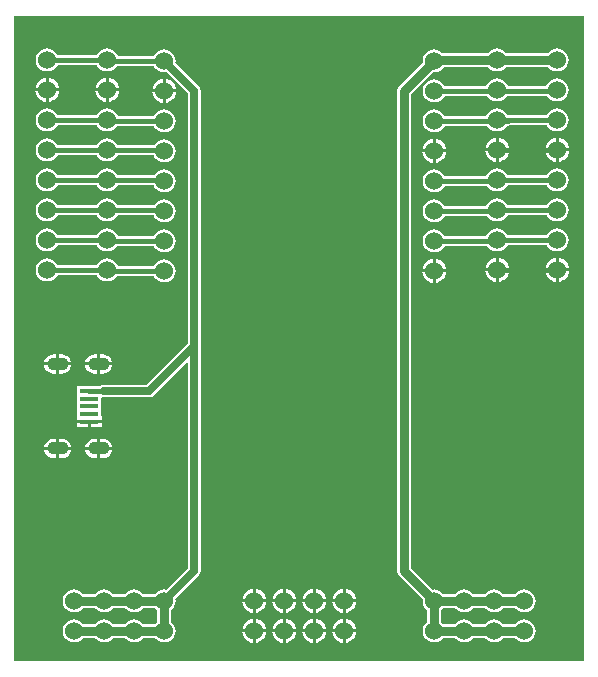
<source format=gtl>
G04*
G04 #@! TF.GenerationSoftware,Altium Limited,Altium Designer,20.0.9 (164)*
G04*
G04 Layer_Physical_Order=1*
G04 Layer_Color=255*
%FSLAX25Y25*%
%MOIN*%
G70*
G01*
G75*
%ADD11R,0.06299X0.01575*%
%ADD15C,0.01500*%
%ADD16C,0.02500*%
%ADD17C,0.03000*%
%ADD18C,0.06000*%
%ADD19O,0.07087X0.04331*%
G36*
X580000Y190000D02*
X390000D01*
Y405000D01*
X580000D01*
Y190000D01*
D02*
G37*
%LPC*%
G36*
X570992Y394131D02*
X570000Y394000D01*
X569076Y393617D01*
X568282Y393008D01*
X568002Y392643D01*
X553982D01*
X553702Y393008D01*
X552908Y393617D01*
X551984Y394000D01*
X550992Y394131D01*
X550000Y394000D01*
X549076Y393617D01*
X548282Y393008D01*
X548002Y392643D01*
X532762D01*
X532710Y392710D01*
X531916Y393319D01*
X530992Y393702D01*
X530000Y393833D01*
X529008Y393702D01*
X528084Y393319D01*
X527290Y392710D01*
X526681Y391916D01*
X526298Y390992D01*
X526167Y390000D01*
X526227Y389544D01*
X518342Y381658D01*
X517833Y380897D01*
X517655Y380000D01*
Y220000D01*
X517833Y219103D01*
X518342Y218342D01*
X526227Y210456D01*
X526167Y210000D01*
X526298Y209008D01*
X526681Y208084D01*
X527290Y207290D01*
X527655Y207010D01*
Y202990D01*
X527290Y202710D01*
X526681Y201916D01*
X526298Y200992D01*
X526167Y200000D01*
X526298Y199008D01*
X526681Y198084D01*
X527290Y197290D01*
X528084Y196681D01*
X529008Y196298D01*
X530000Y196167D01*
X530992Y196298D01*
X531916Y196681D01*
X532710Y197290D01*
X532990Y197655D01*
X537010D01*
X537290Y197290D01*
X538084Y196681D01*
X539008Y196298D01*
X540000Y196167D01*
X540992Y196298D01*
X541916Y196681D01*
X542710Y197290D01*
X542990Y197655D01*
X547010D01*
X547290Y197290D01*
X548084Y196681D01*
X549008Y196298D01*
X550000Y196167D01*
X550992Y196298D01*
X551916Y196681D01*
X552710Y197290D01*
X552990Y197655D01*
X557010D01*
X557290Y197290D01*
X558084Y196681D01*
X559008Y196298D01*
X560000Y196167D01*
X560992Y196298D01*
X561916Y196681D01*
X562710Y197290D01*
X563319Y198084D01*
X563702Y199008D01*
X563833Y200000D01*
X563702Y200992D01*
X563319Y201916D01*
X562710Y202710D01*
X561916Y203319D01*
X560992Y203702D01*
X560000Y203833D01*
X559008Y203702D01*
X558084Y203319D01*
X557290Y202710D01*
X557010Y202345D01*
X552990D01*
X552710Y202710D01*
X551916Y203319D01*
X550992Y203702D01*
X550000Y203833D01*
X549008Y203702D01*
X548084Y203319D01*
X547290Y202710D01*
X547010Y202345D01*
X542990D01*
X542710Y202710D01*
X541916Y203319D01*
X540992Y203702D01*
X540000Y203833D01*
X539008Y203702D01*
X538084Y203319D01*
X537290Y202710D01*
X537010Y202345D01*
X532990D01*
X532710Y202710D01*
X532345Y202990D01*
Y207010D01*
X532710Y207290D01*
X532990Y207655D01*
X537010D01*
X537290Y207290D01*
X538084Y206681D01*
X539008Y206298D01*
X540000Y206167D01*
X540992Y206298D01*
X541916Y206681D01*
X542710Y207290D01*
X542990Y207655D01*
X547010D01*
X547290Y207290D01*
X548084Y206681D01*
X549008Y206298D01*
X550000Y206167D01*
X550992Y206298D01*
X551916Y206681D01*
X552710Y207290D01*
X552990Y207655D01*
X557010D01*
X557290Y207290D01*
X558084Y206681D01*
X559008Y206298D01*
X560000Y206167D01*
X560992Y206298D01*
X561916Y206681D01*
X562710Y207290D01*
X563319Y208084D01*
X563702Y209008D01*
X563833Y210000D01*
X563702Y210992D01*
X563319Y211916D01*
X562710Y212710D01*
X561916Y213319D01*
X560992Y213702D01*
X560000Y213833D01*
X559008Y213702D01*
X558084Y213319D01*
X557290Y212710D01*
X557010Y212345D01*
X552990D01*
X552710Y212710D01*
X551916Y213319D01*
X550992Y213702D01*
X550000Y213833D01*
X549008Y213702D01*
X548084Y213319D01*
X547290Y212710D01*
X547010Y212345D01*
X542990D01*
X542710Y212710D01*
X541916Y213319D01*
X540992Y213702D01*
X540000Y213833D01*
X539008Y213702D01*
X538084Y213319D01*
X537290Y212710D01*
X537010Y212345D01*
X532990D01*
X532710Y212710D01*
X531916Y213319D01*
X530992Y213702D01*
X530000Y213833D01*
X529544Y213773D01*
X522345Y220971D01*
Y379029D01*
X529544Y386227D01*
X530000Y386167D01*
X530992Y386298D01*
X531916Y386681D01*
X532710Y387290D01*
X533219Y387953D01*
X548002D01*
X548282Y387588D01*
X549076Y386979D01*
X550000Y386596D01*
X550992Y386465D01*
X551984Y386596D01*
X552908Y386979D01*
X553702Y387588D01*
X553982Y387953D01*
X568002D01*
X568282Y387588D01*
X569076Y386979D01*
X570000Y386596D01*
X570992Y386465D01*
X571984Y386596D01*
X572908Y386979D01*
X573702Y387588D01*
X574311Y388381D01*
X574694Y389306D01*
X574825Y390298D01*
X574694Y391290D01*
X574311Y392214D01*
X573702Y393008D01*
X572908Y393617D01*
X571984Y394000D01*
X570992Y394131D01*
D02*
G37*
G36*
X420992Y394131D02*
X420000Y394000D01*
X419076Y393617D01*
X418282Y393008D01*
X417673Y392214D01*
X417533Y391878D01*
X404451D01*
X404311Y392214D01*
X403702Y393008D01*
X402908Y393617D01*
X401984Y394000D01*
X400992Y394131D01*
X400000Y394000D01*
X399076Y393617D01*
X398282Y393008D01*
X397673Y392214D01*
X397290Y391290D01*
X397159Y390298D01*
X397290Y389306D01*
X397673Y388381D01*
X398282Y387588D01*
X399076Y386979D01*
X400000Y386596D01*
X400992Y386465D01*
X401984Y386596D01*
X402908Y386979D01*
X403702Y387588D01*
X404311Y388381D01*
X404451Y388717D01*
X417533D01*
X417673Y388381D01*
X418282Y387588D01*
X419076Y386979D01*
X420000Y386596D01*
X420992Y386465D01*
X421984Y386596D01*
X422908Y386979D01*
X423702Y387588D01*
X424311Y388381D01*
X424327Y388420D01*
X436542D01*
X436681Y388084D01*
X437290Y387290D01*
X438084Y386681D01*
X439008Y386298D01*
X440000Y386167D01*
X440775Y386269D01*
X447910Y379134D01*
Y295866D01*
X434134Y282090D01*
X420000D01*
X419200Y281931D01*
X418686Y281587D01*
X411050D01*
Y278413D01*
Y275853D01*
Y271551D01*
X410850D01*
Y270264D01*
X415000D01*
X419150D01*
Y271551D01*
X418950D01*
Y273294D01*
Y277681D01*
X419450Y278019D01*
X420000Y277910D01*
X435000D01*
X435000Y277910D01*
X435800Y278069D01*
X436478Y278522D01*
X447448Y289492D01*
X447910Y289301D01*
Y220866D01*
X440775Y213731D01*
X440000Y213833D01*
X439008Y213702D01*
X438084Y213319D01*
X437290Y212710D01*
X437010Y212345D01*
X432990D01*
X432710Y212710D01*
X431916Y213319D01*
X430992Y213702D01*
X430000Y213833D01*
X429008Y213702D01*
X428084Y213319D01*
X427290Y212710D01*
X427010Y212345D01*
X422990D01*
X422710Y212710D01*
X421916Y213319D01*
X420992Y213702D01*
X420000Y213833D01*
X419008Y213702D01*
X418084Y213319D01*
X417290Y212710D01*
X417010Y212345D01*
X412990D01*
X412710Y212710D01*
X411916Y213319D01*
X410992Y213702D01*
X410000Y213833D01*
X409008Y213702D01*
X408084Y213319D01*
X407290Y212710D01*
X406681Y211916D01*
X406298Y210992D01*
X406167Y210000D01*
X406298Y209008D01*
X406681Y208084D01*
X407290Y207290D01*
X408084Y206681D01*
X409008Y206298D01*
X410000Y206167D01*
X410992Y206298D01*
X411916Y206681D01*
X412710Y207290D01*
X412990Y207655D01*
X417010D01*
X417290Y207290D01*
X418084Y206681D01*
X419008Y206298D01*
X420000Y206167D01*
X420992Y206298D01*
X421916Y206681D01*
X422710Y207290D01*
X422990Y207655D01*
X427010D01*
X427290Y207290D01*
X428084Y206681D01*
X429008Y206298D01*
X430000Y206167D01*
X430992Y206298D01*
X431916Y206681D01*
X432710Y207290D01*
X432990Y207655D01*
X437010D01*
X437290Y207290D01*
X437655Y207010D01*
Y202990D01*
X437290Y202710D01*
X437010Y202345D01*
X432990D01*
X432710Y202710D01*
X431916Y203319D01*
X430992Y203702D01*
X430000Y203833D01*
X429008Y203702D01*
X428084Y203319D01*
X427290Y202710D01*
X427010Y202345D01*
X422990D01*
X422710Y202710D01*
X421916Y203319D01*
X420992Y203702D01*
X420000Y203833D01*
X419008Y203702D01*
X418084Y203319D01*
X417290Y202710D01*
X417010Y202345D01*
X412990D01*
X412710Y202710D01*
X411916Y203319D01*
X410992Y203702D01*
X410000Y203833D01*
X409008Y203702D01*
X408084Y203319D01*
X407290Y202710D01*
X406681Y201916D01*
X406298Y200992D01*
X406167Y200000D01*
X406298Y199008D01*
X406681Y198084D01*
X407290Y197290D01*
X408084Y196681D01*
X409008Y196298D01*
X410000Y196167D01*
X410992Y196298D01*
X411916Y196681D01*
X412710Y197290D01*
X412990Y197655D01*
X417010D01*
X417290Y197290D01*
X418084Y196681D01*
X419008Y196298D01*
X420000Y196167D01*
X420992Y196298D01*
X421916Y196681D01*
X422710Y197290D01*
X422990Y197655D01*
X427010D01*
X427290Y197290D01*
X428084Y196681D01*
X429008Y196298D01*
X430000Y196167D01*
X430992Y196298D01*
X431916Y196681D01*
X432710Y197290D01*
X432990Y197655D01*
X437010D01*
X437290Y197290D01*
X438084Y196681D01*
X439008Y196298D01*
X440000Y196167D01*
X440992Y196298D01*
X441916Y196681D01*
X442710Y197290D01*
X443319Y198084D01*
X443702Y199008D01*
X443833Y200000D01*
X443702Y200992D01*
X443319Y201916D01*
X442710Y202710D01*
X442345Y202990D01*
Y207010D01*
X442710Y207290D01*
X443319Y208084D01*
X443702Y209008D01*
X443833Y210000D01*
X443731Y210775D01*
X451478Y218522D01*
X451931Y219200D01*
X452090Y220000D01*
Y295000D01*
Y380000D01*
X451931Y380800D01*
X451478Y381478D01*
X443731Y389225D01*
X443833Y390000D01*
X443702Y390992D01*
X443319Y391916D01*
X442710Y392710D01*
X441916Y393319D01*
X440992Y393702D01*
X440000Y393833D01*
X439008Y393702D01*
X438084Y393319D01*
X437290Y392710D01*
X436681Y391916D01*
X436542Y391580D01*
X424574D01*
X424311Y392214D01*
X423702Y393008D01*
X422908Y393617D01*
X421984Y394000D01*
X420992Y394131D01*
D02*
G37*
G36*
X570992Y384131D02*
X570000Y384000D01*
X569076Y383617D01*
X568282Y383008D01*
X567673Y382214D01*
X567410Y381580D01*
X554574D01*
X554311Y382214D01*
X553702Y383008D01*
X552908Y383617D01*
X551984Y384000D01*
X550992Y384131D01*
X550000Y384000D01*
X549076Y383617D01*
X548282Y383008D01*
X547673Y382214D01*
X547410Y381580D01*
X533459D01*
X533319Y381916D01*
X532710Y382710D01*
X531916Y383319D01*
X530992Y383702D01*
X530000Y383833D01*
X529008Y383702D01*
X528084Y383319D01*
X527290Y382710D01*
X526681Y381916D01*
X526298Y380992D01*
X526167Y380000D01*
X526298Y379008D01*
X526681Y378084D01*
X527290Y377290D01*
X528084Y376681D01*
X529008Y376298D01*
X530000Y376167D01*
X530992Y376298D01*
X531916Y376681D01*
X532710Y377290D01*
X533319Y378084D01*
X533459Y378420D01*
X547657D01*
X547673Y378381D01*
X548282Y377588D01*
X549076Y376978D01*
X550000Y376596D01*
X550992Y376465D01*
X551984Y376596D01*
X552908Y376978D01*
X553702Y377588D01*
X554311Y378381D01*
X554327Y378420D01*
X567657D01*
X567673Y378381D01*
X568282Y377588D01*
X569076Y376978D01*
X570000Y376596D01*
X570992Y376465D01*
X571984Y376596D01*
X572908Y376978D01*
X573702Y377588D01*
X574311Y378381D01*
X574694Y379306D01*
X574825Y380298D01*
X574694Y381290D01*
X574311Y382214D01*
X573702Y383008D01*
X572908Y383617D01*
X571984Y384000D01*
X570992Y384131D01*
D02*
G37*
G36*
X421492Y384266D02*
Y380798D01*
X424961D01*
X424889Y381342D01*
X424486Y382315D01*
X423845Y383151D01*
X423009Y383792D01*
X422036Y384195D01*
X421492Y384266D01*
D02*
G37*
G36*
X401492D02*
Y380798D01*
X404961D01*
X404889Y381342D01*
X404486Y382315D01*
X403845Y383151D01*
X403009Y383792D01*
X402036Y384195D01*
X401492Y384266D01*
D02*
G37*
G36*
X420492Y384266D02*
X419948Y384195D01*
X418975Y383792D01*
X418139Y383151D01*
X417498Y382315D01*
X417095Y381342D01*
X417023Y380798D01*
X420492D01*
Y384266D01*
D02*
G37*
G36*
X400492D02*
X399948Y384195D01*
X398975Y383792D01*
X398139Y383151D01*
X397498Y382315D01*
X397095Y381342D01*
X397023Y380798D01*
X400492D01*
Y384266D01*
D02*
G37*
G36*
X440500Y383969D02*
Y380500D01*
X443969D01*
X443897Y381044D01*
X443494Y382017D01*
X442853Y382853D01*
X442017Y383494D01*
X441044Y383897D01*
X440500Y383969D01*
D02*
G37*
G36*
X439500Y383969D02*
X438956Y383897D01*
X437983Y383494D01*
X437147Y382853D01*
X436506Y382017D01*
X436103Y381044D01*
X436031Y380500D01*
X439500D01*
Y383969D01*
D02*
G37*
G36*
X424961Y379798D02*
X421492D01*
Y376329D01*
X422036Y376401D01*
X423009Y376804D01*
X423845Y377445D01*
X424486Y378280D01*
X424889Y379254D01*
X424961Y379798D01*
D02*
G37*
G36*
X404961D02*
X401492D01*
Y376329D01*
X402036Y376401D01*
X403009Y376804D01*
X403845Y377445D01*
X404486Y378280D01*
X404889Y379254D01*
X404961Y379798D01*
D02*
G37*
G36*
X420492D02*
X417023D01*
X417095Y379254D01*
X417498Y378280D01*
X418139Y377445D01*
X418975Y376804D01*
X419948Y376401D01*
X420492Y376329D01*
Y379798D01*
D02*
G37*
G36*
X400492D02*
X397023D01*
X397095Y379254D01*
X397498Y378280D01*
X398139Y377445D01*
X398975Y376804D01*
X399948Y376401D01*
X400492Y376329D01*
Y379798D01*
D02*
G37*
G36*
X439500Y379500D02*
X436031D01*
X436103Y378956D01*
X436506Y377983D01*
X437147Y377147D01*
X437983Y376506D01*
X438956Y376103D01*
X439500Y376031D01*
Y379500D01*
D02*
G37*
G36*
X443969D02*
X440500D01*
Y376031D01*
X441044Y376103D01*
X442017Y376506D01*
X442853Y377147D01*
X443494Y377983D01*
X443897Y378956D01*
X443969Y379500D01*
D02*
G37*
G36*
X420992Y374131D02*
X420000Y374000D01*
X419076Y373617D01*
X418282Y373008D01*
X417673Y372214D01*
X417533Y371878D01*
X404451D01*
X404311Y372214D01*
X403702Y373008D01*
X402908Y373617D01*
X401984Y374000D01*
X400992Y374131D01*
X400000Y374000D01*
X399076Y373617D01*
X398282Y373008D01*
X397673Y372214D01*
X397290Y371290D01*
X397159Y370298D01*
X397290Y369306D01*
X397673Y368381D01*
X398282Y367588D01*
X399076Y366979D01*
X400000Y366596D01*
X400992Y366465D01*
X401984Y366596D01*
X402908Y366979D01*
X403702Y367588D01*
X404311Y368381D01*
X404451Y368717D01*
X417533D01*
X417673Y368381D01*
X418282Y367588D01*
X419076Y366979D01*
X420000Y366596D01*
X420992Y366465D01*
X421984Y366596D01*
X422908Y366979D01*
X423702Y367588D01*
X424311Y368381D01*
X424327Y368420D01*
X436542D01*
X436681Y368084D01*
X437290Y367290D01*
X438084Y366681D01*
X439008Y366298D01*
X440000Y366167D01*
X440992Y366298D01*
X441916Y366681D01*
X442710Y367290D01*
X443319Y368084D01*
X443702Y369008D01*
X443833Y370000D01*
X443702Y370992D01*
X443319Y371916D01*
X442710Y372710D01*
X441916Y373319D01*
X440992Y373702D01*
X440000Y373833D01*
X439008Y373702D01*
X438084Y373319D01*
X437290Y372710D01*
X436681Y371916D01*
X436542Y371580D01*
X424574D01*
X424311Y372214D01*
X423702Y373008D01*
X422908Y373617D01*
X421984Y374000D01*
X420992Y374131D01*
D02*
G37*
G36*
X550992Y374131D02*
X550000Y374000D01*
X549076Y373617D01*
X548282Y373008D01*
X547673Y372214D01*
X547410Y371580D01*
X533459D01*
X533319Y371916D01*
X532710Y372710D01*
X531916Y373319D01*
X530992Y373702D01*
X530000Y373833D01*
X529008Y373702D01*
X528084Y373319D01*
X527290Y372710D01*
X526681Y371916D01*
X526298Y370992D01*
X526167Y370000D01*
X526298Y369008D01*
X526681Y368084D01*
X527290Y367290D01*
X528084Y366681D01*
X529008Y366298D01*
X530000Y366167D01*
X530992Y366298D01*
X531916Y366681D01*
X532710Y367290D01*
X533319Y368084D01*
X533459Y368420D01*
X547657D01*
X547673Y368381D01*
X548282Y367588D01*
X549076Y366979D01*
X550000Y366596D01*
X550992Y366465D01*
X551984Y366596D01*
X552908Y366979D01*
X553702Y367588D01*
X554311Y368381D01*
X554327Y368420D01*
X554702D01*
X555307Y368540D01*
X555573Y368717D01*
X567533D01*
X567673Y368381D01*
X568282Y367588D01*
X569076Y366979D01*
X570000Y366596D01*
X570992Y366465D01*
X571984Y366596D01*
X572908Y366979D01*
X573702Y367588D01*
X574311Y368381D01*
X574694Y369306D01*
X574825Y370298D01*
X574694Y371290D01*
X574311Y372214D01*
X573702Y373008D01*
X572908Y373617D01*
X571984Y374000D01*
X570992Y374131D01*
X570000Y374000D01*
X569076Y373617D01*
X568282Y373008D01*
X567673Y372214D01*
X567533Y371878D01*
X554451D01*
X554311Y372214D01*
X553702Y373008D01*
X552908Y373617D01*
X551984Y374000D01*
X550992Y374131D01*
D02*
G37*
G36*
X420992Y364131D02*
X420000Y364000D01*
X419076Y363617D01*
X418282Y363008D01*
X417673Y362214D01*
X417533Y361878D01*
X404451D01*
X404311Y362214D01*
X403702Y363008D01*
X402908Y363617D01*
X401984Y364000D01*
X400992Y364131D01*
X400000Y364000D01*
X399076Y363617D01*
X398282Y363008D01*
X397673Y362214D01*
X397290Y361290D01*
X397159Y360298D01*
X397290Y359306D01*
X397673Y358381D01*
X398282Y357588D01*
X399076Y356979D01*
X400000Y356596D01*
X400992Y356465D01*
X401984Y356596D01*
X402908Y356979D01*
X403702Y357588D01*
X404311Y358381D01*
X404451Y358717D01*
X417533D01*
X417673Y358381D01*
X418282Y357588D01*
X419076Y356979D01*
X420000Y356596D01*
X420992Y356465D01*
X421984Y356596D01*
X422908Y356979D01*
X423702Y357588D01*
X424311Y358381D01*
X424450Y358717D01*
X436418D01*
X436681Y358084D01*
X437290Y357290D01*
X438084Y356681D01*
X439008Y356298D01*
X440000Y356167D01*
X440992Y356298D01*
X441916Y356681D01*
X442710Y357290D01*
X443319Y358084D01*
X443702Y359008D01*
X443833Y360000D01*
X443702Y360992D01*
X443319Y361916D01*
X442710Y362710D01*
X441916Y363319D01*
X440992Y363702D01*
X440000Y363833D01*
X439008Y363702D01*
X438084Y363319D01*
X437290Y362710D01*
X436681Y361916D01*
X436665Y361878D01*
X424450D01*
X424311Y362214D01*
X423702Y363008D01*
X422908Y363617D01*
X421984Y364000D01*
X420992Y364131D01*
D02*
G37*
G36*
X571492Y364266D02*
Y360798D01*
X574961D01*
X574889Y361342D01*
X574486Y362315D01*
X573845Y363151D01*
X573009Y363792D01*
X572036Y364195D01*
X571492Y364266D01*
D02*
G37*
G36*
X570492Y364266D02*
X569948Y364195D01*
X568975Y363792D01*
X568139Y363151D01*
X567498Y362315D01*
X567095Y361342D01*
X567023Y360798D01*
X570492D01*
Y364266D01*
D02*
G37*
G36*
X551492Y364266D02*
Y360798D01*
X554961D01*
X554889Y361342D01*
X554486Y362315D01*
X553845Y363151D01*
X553009Y363792D01*
X552036Y364195D01*
X551492Y364266D01*
D02*
G37*
G36*
X550492D02*
X549948Y364195D01*
X548975Y363792D01*
X548139Y363151D01*
X547498Y362315D01*
X547095Y361342D01*
X547023Y360798D01*
X550492D01*
Y364266D01*
D02*
G37*
G36*
X530500Y363969D02*
Y360500D01*
X533969D01*
X533897Y361044D01*
X533494Y362017D01*
X532853Y362853D01*
X532017Y363494D01*
X531044Y363897D01*
X530500Y363969D01*
D02*
G37*
G36*
X529500Y363969D02*
X528956Y363897D01*
X527983Y363494D01*
X527147Y362853D01*
X526506Y362017D01*
X526103Y361044D01*
X526031Y360500D01*
X529500D01*
Y363969D01*
D02*
G37*
G36*
X570492Y359798D02*
X567023D01*
X567095Y359254D01*
X567498Y358280D01*
X568139Y357445D01*
X568975Y356804D01*
X569948Y356401D01*
X570492Y356329D01*
Y359798D01*
D02*
G37*
G36*
X554961Y359798D02*
X551492D01*
Y356329D01*
X552036Y356401D01*
X553009Y356804D01*
X553845Y357445D01*
X554486Y358280D01*
X554889Y359254D01*
X554961Y359798D01*
D02*
G37*
G36*
X550492D02*
X547023D01*
X547095Y359254D01*
X547498Y358280D01*
X548139Y357445D01*
X548975Y356804D01*
X549948Y356401D01*
X550492Y356329D01*
Y359798D01*
D02*
G37*
G36*
X574961Y359798D02*
X571492D01*
Y356329D01*
X572036Y356401D01*
X573009Y356804D01*
X573845Y357445D01*
X574486Y358280D01*
X574889Y359254D01*
X574961Y359798D01*
D02*
G37*
G36*
X529500Y359500D02*
X526031D01*
X526103Y358956D01*
X526506Y357983D01*
X527147Y357147D01*
X527983Y356506D01*
X528956Y356103D01*
X529500Y356031D01*
Y359500D01*
D02*
G37*
G36*
X533969D02*
X530500D01*
Y356031D01*
X531044Y356103D01*
X532017Y356506D01*
X532853Y357147D01*
X533494Y357983D01*
X533897Y358956D01*
X533969Y359500D01*
D02*
G37*
G36*
X420992Y354131D02*
X420000Y354000D01*
X419076Y353617D01*
X418282Y353008D01*
X417673Y352214D01*
X417533Y351878D01*
X404451D01*
X404311Y352214D01*
X403702Y353008D01*
X402908Y353617D01*
X401984Y354000D01*
X400992Y354131D01*
X400000Y354000D01*
X399076Y353617D01*
X398282Y353008D01*
X397673Y352214D01*
X397290Y351290D01*
X397159Y350298D01*
X397290Y349306D01*
X397673Y348381D01*
X398282Y347588D01*
X399076Y346978D01*
X400000Y346596D01*
X400992Y346465D01*
X401984Y346596D01*
X402908Y346978D01*
X403702Y347588D01*
X404311Y348381D01*
X404451Y348717D01*
X417533D01*
X417673Y348381D01*
X418282Y347588D01*
X419076Y346978D01*
X420000Y346596D01*
X420992Y346465D01*
X421984Y346596D01*
X422908Y346978D01*
X423702Y347588D01*
X424311Y348381D01*
X424450Y348717D01*
X436418D01*
X436681Y348084D01*
X437290Y347290D01*
X438084Y346681D01*
X439008Y346298D01*
X440000Y346167D01*
X440992Y346298D01*
X441916Y346681D01*
X442710Y347290D01*
X443319Y348084D01*
X443702Y349008D01*
X443833Y350000D01*
X443702Y350992D01*
X443319Y351916D01*
X442710Y352710D01*
X441916Y353319D01*
X440992Y353702D01*
X440000Y353833D01*
X439008Y353702D01*
X438084Y353319D01*
X437290Y352710D01*
X436681Y351916D01*
X436665Y351878D01*
X424450D01*
X424311Y352214D01*
X423702Y353008D01*
X422908Y353617D01*
X421984Y354000D01*
X420992Y354131D01*
D02*
G37*
G36*
X550992D02*
X550000Y354000D01*
X549076Y353617D01*
X548282Y353008D01*
X547673Y352214D01*
X547410Y351580D01*
X533459D01*
X533319Y351916D01*
X532710Y352710D01*
X531916Y353319D01*
X530992Y353702D01*
X530000Y353833D01*
X529008Y353702D01*
X528084Y353319D01*
X527290Y352710D01*
X526681Y351916D01*
X526298Y350992D01*
X526167Y350000D01*
X526298Y349008D01*
X526681Y348084D01*
X527290Y347290D01*
X528084Y346681D01*
X529008Y346298D01*
X530000Y346167D01*
X530992Y346298D01*
X531916Y346681D01*
X532710Y347290D01*
X533319Y348084D01*
X533459Y348420D01*
X547657D01*
X547673Y348381D01*
X548282Y347588D01*
X549076Y346978D01*
X550000Y346596D01*
X550992Y346465D01*
X551984Y346596D01*
X552908Y346978D01*
X553702Y347588D01*
X554311Y348381D01*
X554451Y348717D01*
X567533D01*
X567673Y348381D01*
X568282Y347588D01*
X569076Y346978D01*
X570000Y346596D01*
X570992Y346465D01*
X571984Y346596D01*
X572908Y346978D01*
X573702Y347588D01*
X574311Y348381D01*
X574694Y349306D01*
X574825Y350298D01*
X574694Y351290D01*
X574311Y352214D01*
X573702Y353008D01*
X572908Y353617D01*
X571984Y354000D01*
X570992Y354131D01*
X570000Y354000D01*
X569076Y353617D01*
X568282Y353008D01*
X567673Y352214D01*
X567533Y351878D01*
X554451D01*
X554311Y352214D01*
X553702Y353008D01*
X552908Y353617D01*
X551984Y354000D01*
X550992Y354131D01*
D02*
G37*
G36*
X420992Y344131D02*
X420000Y344000D01*
X419076Y343617D01*
X418282Y343008D01*
X417673Y342214D01*
X417533Y341878D01*
X404451D01*
X404311Y342214D01*
X403702Y343008D01*
X402908Y343617D01*
X401984Y344000D01*
X400992Y344131D01*
X400000Y344000D01*
X399076Y343617D01*
X398282Y343008D01*
X397673Y342214D01*
X397290Y341290D01*
X397159Y340298D01*
X397290Y339306D01*
X397673Y338381D01*
X398282Y337588D01*
X399076Y336979D01*
X400000Y336596D01*
X400992Y336465D01*
X401984Y336596D01*
X402908Y336979D01*
X403702Y337588D01*
X404311Y338381D01*
X404451Y338717D01*
X417533D01*
X417673Y338381D01*
X418282Y337588D01*
X419076Y336979D01*
X420000Y336596D01*
X420992Y336465D01*
X421984Y336596D01*
X422908Y336979D01*
X423702Y337588D01*
X424311Y338381D01*
X424450Y338717D01*
X436418D01*
X436681Y338084D01*
X437290Y337290D01*
X438084Y336681D01*
X439008Y336298D01*
X440000Y336167D01*
X440992Y336298D01*
X441916Y336681D01*
X442710Y337290D01*
X443319Y338084D01*
X443702Y339008D01*
X443833Y340000D01*
X443702Y340992D01*
X443319Y341916D01*
X442710Y342710D01*
X441916Y343319D01*
X440992Y343702D01*
X440000Y343833D01*
X439008Y343702D01*
X438084Y343319D01*
X437290Y342710D01*
X436681Y341916D01*
X436665Y341878D01*
X424450D01*
X424311Y342214D01*
X423702Y343008D01*
X422908Y343617D01*
X421984Y344000D01*
X420992Y344131D01*
D02*
G37*
G36*
X550992D02*
X550000Y344000D01*
X549076Y343617D01*
X548282Y343008D01*
X547673Y342214D01*
X547410Y341580D01*
X533459D01*
X533319Y341916D01*
X532710Y342710D01*
X531916Y343319D01*
X530992Y343702D01*
X530000Y343833D01*
X529008Y343702D01*
X528084Y343319D01*
X527290Y342710D01*
X526681Y341916D01*
X526298Y340992D01*
X526167Y340000D01*
X526298Y339008D01*
X526681Y338084D01*
X527290Y337290D01*
X528084Y336681D01*
X529008Y336298D01*
X530000Y336167D01*
X530992Y336298D01*
X531916Y336681D01*
X532710Y337290D01*
X533319Y338084D01*
X533459Y338420D01*
X547657D01*
X547673Y338381D01*
X548282Y337588D01*
X549076Y336979D01*
X550000Y336596D01*
X550992Y336465D01*
X551984Y336596D01*
X552908Y336979D01*
X553702Y337588D01*
X554311Y338381D01*
X554451Y338717D01*
X567533D01*
X567673Y338381D01*
X568282Y337588D01*
X569076Y336979D01*
X570000Y336596D01*
X570992Y336465D01*
X571984Y336596D01*
X572908Y336979D01*
X573702Y337588D01*
X574311Y338381D01*
X574694Y339306D01*
X574825Y340298D01*
X574694Y341290D01*
X574311Y342214D01*
X573702Y343008D01*
X572908Y343617D01*
X571984Y344000D01*
X570992Y344131D01*
X570000Y344000D01*
X569076Y343617D01*
X568282Y343008D01*
X567673Y342214D01*
X567533Y341878D01*
X554451D01*
X554311Y342214D01*
X553702Y343008D01*
X552908Y343617D01*
X551984Y344000D01*
X550992Y344131D01*
D02*
G37*
G36*
X570992Y334131D02*
X570000Y334000D01*
X569076Y333617D01*
X568282Y333008D01*
X567673Y332214D01*
X567533Y331878D01*
X554451D01*
X554311Y332214D01*
X553702Y333008D01*
X552908Y333617D01*
X551984Y334000D01*
X550992Y334131D01*
X550000Y334000D01*
X549076Y333617D01*
X548282Y333008D01*
X547673Y332214D01*
X547410Y331580D01*
X533459D01*
X533319Y331916D01*
X532710Y332710D01*
X531916Y333319D01*
X530992Y333702D01*
X530000Y333833D01*
X529008Y333702D01*
X528084Y333319D01*
X527290Y332710D01*
X526681Y331916D01*
X526298Y330992D01*
X526167Y330000D01*
X526298Y329008D01*
X526681Y328084D01*
X527290Y327290D01*
X528084Y326681D01*
X529008Y326298D01*
X530000Y326167D01*
X530992Y326298D01*
X531916Y326681D01*
X532710Y327290D01*
X533319Y328084D01*
X533459Y328420D01*
X547657D01*
X547673Y328381D01*
X548282Y327588D01*
X549076Y326978D01*
X550000Y326596D01*
X550992Y326465D01*
X551984Y326596D01*
X552908Y326978D01*
X553702Y327588D01*
X554311Y328381D01*
X554451Y328717D01*
X567533D01*
X567673Y328381D01*
X568282Y327588D01*
X569076Y326978D01*
X570000Y326596D01*
X570992Y326465D01*
X571984Y326596D01*
X572908Y326978D01*
X573702Y327588D01*
X574311Y328381D01*
X574694Y329306D01*
X574825Y330298D01*
X574694Y331290D01*
X574311Y332214D01*
X573702Y333008D01*
X572908Y333617D01*
X571984Y334000D01*
X570992Y334131D01*
D02*
G37*
G36*
X420992D02*
X420000Y334000D01*
X419076Y333617D01*
X418282Y333008D01*
X417673Y332214D01*
X417533Y331878D01*
X404451D01*
X404311Y332214D01*
X403702Y333008D01*
X402908Y333617D01*
X401984Y334000D01*
X400992Y334131D01*
X400000Y334000D01*
X399076Y333617D01*
X398282Y333008D01*
X397673Y332214D01*
X397290Y331290D01*
X397159Y330298D01*
X397290Y329306D01*
X397673Y328381D01*
X398282Y327588D01*
X399076Y326978D01*
X400000Y326596D01*
X400992Y326465D01*
X401984Y326596D01*
X402908Y326978D01*
X403702Y327588D01*
X404311Y328381D01*
X404451Y328717D01*
X417533D01*
X417673Y328381D01*
X418282Y327588D01*
X419076Y326978D01*
X420000Y326596D01*
X420992Y326465D01*
X421984Y326596D01*
X422908Y326978D01*
X423702Y327588D01*
X424311Y328381D01*
X424327Y328420D01*
X436542D01*
X436681Y328084D01*
X437290Y327290D01*
X438084Y326681D01*
X439008Y326298D01*
X440000Y326167D01*
X440992Y326298D01*
X441916Y326681D01*
X442710Y327290D01*
X443319Y328084D01*
X443702Y329008D01*
X443833Y330000D01*
X443702Y330992D01*
X443319Y331916D01*
X442710Y332710D01*
X441916Y333319D01*
X440992Y333702D01*
X440000Y333833D01*
X439008Y333702D01*
X438084Y333319D01*
X437290Y332710D01*
X436681Y331916D01*
X436542Y331580D01*
X424574D01*
X424311Y332214D01*
X423702Y333008D01*
X422908Y333617D01*
X421984Y334000D01*
X420992Y334131D01*
D02*
G37*
G36*
X420992Y324131D02*
X420000Y324000D01*
X419076Y323617D01*
X418282Y323008D01*
X417673Y322214D01*
X417533Y321878D01*
X404451D01*
X404311Y322214D01*
X403702Y323008D01*
X402908Y323617D01*
X401984Y324000D01*
X400992Y324131D01*
X400000Y324000D01*
X399076Y323617D01*
X398282Y323008D01*
X397673Y322214D01*
X397290Y321290D01*
X397159Y320298D01*
X397290Y319306D01*
X397673Y318381D01*
X398282Y317588D01*
X399076Y316979D01*
X400000Y316596D01*
X400992Y316465D01*
X401984Y316596D01*
X402908Y316979D01*
X403702Y317588D01*
X404311Y318381D01*
X404451Y318717D01*
X417533D01*
X417673Y318381D01*
X418282Y317588D01*
X419076Y316979D01*
X420000Y316596D01*
X420992Y316465D01*
X421984Y316596D01*
X422908Y316979D01*
X423702Y317588D01*
X424311Y318381D01*
X424327Y318420D01*
X436542D01*
X436681Y318084D01*
X437290Y317290D01*
X438084Y316681D01*
X439008Y316298D01*
X440000Y316167D01*
X440992Y316298D01*
X441916Y316681D01*
X442710Y317290D01*
X443319Y318084D01*
X443702Y319008D01*
X443833Y320000D01*
X443702Y320992D01*
X443319Y321916D01*
X442710Y322710D01*
X441916Y323319D01*
X440992Y323702D01*
X440000Y323833D01*
X439008Y323702D01*
X438084Y323319D01*
X437290Y322710D01*
X436681Y321916D01*
X436542Y321580D01*
X424574D01*
X424311Y322214D01*
X423702Y323008D01*
X422908Y323617D01*
X421984Y324000D01*
X420992Y324131D01*
D02*
G37*
G36*
X551492Y324267D02*
Y320798D01*
X554961D01*
X554889Y321342D01*
X554486Y322315D01*
X553845Y323151D01*
X553009Y323792D01*
X552036Y324195D01*
X551492Y324267D01*
D02*
G37*
G36*
X571492Y324267D02*
Y320798D01*
X574961D01*
X574889Y321342D01*
X574486Y322315D01*
X573845Y323151D01*
X573009Y323792D01*
X572036Y324195D01*
X571492Y324267D01*
D02*
G37*
G36*
X550492Y324267D02*
X549948Y324195D01*
X548975Y323792D01*
X548139Y323151D01*
X547498Y322315D01*
X547095Y321342D01*
X547023Y320798D01*
X550492D01*
Y324267D01*
D02*
G37*
G36*
X570492D02*
X569948Y324195D01*
X568975Y323792D01*
X568139Y323151D01*
X567498Y322315D01*
X567095Y321342D01*
X567023Y320798D01*
X570492D01*
Y324267D01*
D02*
G37*
G36*
X530500Y323969D02*
Y320500D01*
X533969D01*
X533897Y321044D01*
X533494Y322017D01*
X532853Y322853D01*
X532017Y323494D01*
X531044Y323897D01*
X530500Y323969D01*
D02*
G37*
G36*
X529500Y323969D02*
X528956Y323897D01*
X527983Y323494D01*
X527147Y322853D01*
X526506Y322017D01*
X526103Y321044D01*
X526031Y320500D01*
X529500D01*
Y323969D01*
D02*
G37*
G36*
X570492Y319798D02*
X567023D01*
X567095Y319254D01*
X567498Y318281D01*
X568139Y317445D01*
X568975Y316804D01*
X569948Y316401D01*
X570492Y316329D01*
Y319798D01*
D02*
G37*
G36*
X574961D02*
X571492D01*
Y316329D01*
X572036Y316401D01*
X573009Y316804D01*
X573845Y317445D01*
X574486Y318281D01*
X574889Y319254D01*
X574961Y319798D01*
D02*
G37*
G36*
X554961D02*
X551492D01*
Y316329D01*
X552036Y316401D01*
X553009Y316804D01*
X553845Y317445D01*
X554486Y318281D01*
X554889Y319254D01*
X554961Y319798D01*
D02*
G37*
G36*
X550492D02*
X547023D01*
X547095Y319254D01*
X547498Y318281D01*
X548139Y317445D01*
X548975Y316804D01*
X549948Y316401D01*
X550492Y316329D01*
Y319798D01*
D02*
G37*
G36*
X529500Y319500D02*
X526031D01*
X526103Y318956D01*
X526506Y317983D01*
X527147Y317147D01*
X527983Y316506D01*
X528956Y316103D01*
X529500Y316031D01*
Y319500D01*
D02*
G37*
G36*
X533969D02*
X530500D01*
Y316031D01*
X531044Y316103D01*
X532017Y316506D01*
X532853Y317147D01*
X533494Y317983D01*
X533897Y318956D01*
X533969Y319500D01*
D02*
G37*
G36*
X419528Y292149D02*
X418650D01*
Y289457D01*
X422654D01*
X422611Y289783D01*
X422293Y290553D01*
X421785Y291214D01*
X421124Y291722D01*
X420354Y292041D01*
X419528Y292149D01*
D02*
G37*
G36*
X417650D02*
X416772D01*
X415945Y292041D01*
X415175Y291722D01*
X414514Y291214D01*
X414007Y290553D01*
X413688Y289783D01*
X413645Y289457D01*
X417650D01*
Y292149D01*
D02*
G37*
G36*
X405866D02*
X404988D01*
Y289457D01*
X408993D01*
X408950Y289783D01*
X408631Y290553D01*
X408124Y291214D01*
X407463Y291722D01*
X406693Y292041D01*
X405866Y292149D01*
D02*
G37*
G36*
X403988D02*
X403110D01*
X402284Y292041D01*
X401514Y291722D01*
X400853Y291214D01*
X400345Y290553D01*
X400026Y289783D01*
X399983Y289457D01*
X403988D01*
Y292149D01*
D02*
G37*
G36*
X422654Y288457D02*
X418650D01*
Y285764D01*
X419528D01*
X420354Y285873D01*
X421124Y286192D01*
X421785Y286699D01*
X422293Y287360D01*
X422611Y288130D01*
X422654Y288457D01*
D02*
G37*
G36*
X417650D02*
X413645D01*
X413688Y288130D01*
X414007Y287360D01*
X414514Y286699D01*
X415175Y286192D01*
X415945Y285873D01*
X416772Y285764D01*
X417650D01*
Y288457D01*
D02*
G37*
G36*
X408993D02*
X404988D01*
Y285764D01*
X405866D01*
X406693Y285873D01*
X407463Y286192D01*
X408124Y286699D01*
X408631Y287360D01*
X408950Y288130D01*
X408993Y288457D01*
D02*
G37*
G36*
X403988D02*
X399983D01*
X400026Y288130D01*
X400345Y287360D01*
X400853Y286699D01*
X401514Y286192D01*
X402284Y285873D01*
X403110Y285764D01*
X403988D01*
Y288457D01*
D02*
G37*
G36*
X419150Y269264D02*
X415500D01*
Y267976D01*
X419150D01*
Y269264D01*
D02*
G37*
G36*
X414500D02*
X410850D01*
Y267976D01*
X414500D01*
Y269264D01*
D02*
G37*
G36*
X405866Y264000D02*
X404988D01*
Y261307D01*
X408993D01*
X408950Y261633D01*
X408631Y262403D01*
X408124Y263065D01*
X407463Y263572D01*
X406693Y263891D01*
X405866Y264000D01*
D02*
G37*
G36*
X419528D02*
X418650D01*
Y261307D01*
X422654D01*
X422611Y261633D01*
X422293Y262403D01*
X421785Y263065D01*
X421124Y263572D01*
X420354Y263891D01*
X419528Y264000D01*
D02*
G37*
G36*
X417650D02*
X416772D01*
X415945Y263891D01*
X415175Y263572D01*
X414514Y263065D01*
X414007Y262403D01*
X413688Y261633D01*
X413645Y261307D01*
X417650D01*
Y264000D01*
D02*
G37*
G36*
X403988D02*
X403110D01*
X402284Y263891D01*
X401514Y263572D01*
X400853Y263065D01*
X400345Y262403D01*
X400026Y261633D01*
X399983Y261307D01*
X403988D01*
Y264000D01*
D02*
G37*
G36*
X422654Y260307D02*
X418650D01*
Y257614D01*
X419528D01*
X420354Y257723D01*
X421124Y258042D01*
X421785Y258549D01*
X422293Y259211D01*
X422611Y259981D01*
X422654Y260307D01*
D02*
G37*
G36*
X417650D02*
X413645D01*
X413688Y259981D01*
X414007Y259211D01*
X414514Y258549D01*
X415175Y258042D01*
X415945Y257723D01*
X416772Y257614D01*
X417650D01*
Y260307D01*
D02*
G37*
G36*
X408993D02*
X404988D01*
Y257614D01*
X405866D01*
X406693Y257723D01*
X407463Y258042D01*
X408124Y258549D01*
X408631Y259211D01*
X408950Y259981D01*
X408993Y260307D01*
D02*
G37*
G36*
X403988D02*
X399983D01*
X400026Y259981D01*
X400345Y259211D01*
X400853Y258549D01*
X401514Y258042D01*
X402284Y257723D01*
X403110Y257614D01*
X403988D01*
Y260307D01*
D02*
G37*
G36*
X490500Y213969D02*
Y210500D01*
X493969D01*
X493897Y211044D01*
X493494Y212017D01*
X492853Y212853D01*
X492017Y213494D01*
X491044Y213897D01*
X490500Y213969D01*
D02*
G37*
G36*
X480500D02*
Y210500D01*
X483969D01*
X483897Y211044D01*
X483494Y212017D01*
X482853Y212853D01*
X482017Y213494D01*
X481044Y213897D01*
X480500Y213969D01*
D02*
G37*
G36*
X500500Y213969D02*
Y210500D01*
X503969D01*
X503897Y211044D01*
X503494Y212017D01*
X502853Y212853D01*
X502017Y213494D01*
X501044Y213897D01*
X500500Y213969D01*
D02*
G37*
G36*
X479500Y213969D02*
X478956Y213897D01*
X477983Y213494D01*
X477147Y212853D01*
X476506Y212017D01*
X476103Y211044D01*
X476031Y210500D01*
X479500D01*
Y213969D01*
D02*
G37*
G36*
X489500D02*
X488956Y213897D01*
X487983Y213494D01*
X487147Y212853D01*
X486506Y212017D01*
X486103Y211044D01*
X486031Y210500D01*
X489500D01*
Y213969D01*
D02*
G37*
G36*
X499500D02*
X498956Y213897D01*
X497983Y213494D01*
X497147Y212853D01*
X496506Y212017D01*
X496103Y211044D01*
X496031Y210500D01*
X499500D01*
Y213969D01*
D02*
G37*
G36*
X470500Y213969D02*
Y210500D01*
X473969D01*
X473897Y211044D01*
X473494Y212017D01*
X472853Y212853D01*
X472017Y213494D01*
X471044Y213897D01*
X470500Y213969D01*
D02*
G37*
G36*
X469500Y213969D02*
X468956Y213897D01*
X467983Y213494D01*
X467147Y212853D01*
X466506Y212017D01*
X466103Y211044D01*
X466031Y210500D01*
X469500D01*
Y213969D01*
D02*
G37*
G36*
X499500Y209500D02*
X496031D01*
X496103Y208956D01*
X496506Y207983D01*
X497147Y207147D01*
X497983Y206506D01*
X498956Y206103D01*
X499500Y206031D01*
Y209500D01*
D02*
G37*
G36*
X503969D02*
X500500D01*
Y206031D01*
X501044Y206103D01*
X502017Y206506D01*
X502853Y207147D01*
X503494Y207983D01*
X503897Y208956D01*
X503969Y209500D01*
D02*
G37*
G36*
X473969Y209500D02*
X470500D01*
Y206031D01*
X471044Y206103D01*
X472017Y206506D01*
X472853Y207147D01*
X473494Y207983D01*
X473897Y208956D01*
X473969Y209500D01*
D02*
G37*
G36*
X493969Y209500D02*
X490500D01*
Y206031D01*
X491044Y206103D01*
X492017Y206506D01*
X492853Y207147D01*
X493494Y207983D01*
X493897Y208956D01*
X493969Y209500D01*
D02*
G37*
G36*
X483969D02*
X480500D01*
Y206031D01*
X481044Y206103D01*
X482017Y206506D01*
X482853Y207147D01*
X483494Y207983D01*
X483897Y208956D01*
X483969Y209500D01*
D02*
G37*
G36*
X479500D02*
X476031D01*
X476103Y208956D01*
X476506Y207983D01*
X477147Y207147D01*
X477983Y206506D01*
X478956Y206103D01*
X479500Y206031D01*
Y209500D01*
D02*
G37*
G36*
X489500D02*
X486031D01*
X486103Y208956D01*
X486506Y207983D01*
X487147Y207147D01*
X487983Y206506D01*
X488956Y206103D01*
X489500Y206031D01*
Y209500D01*
D02*
G37*
G36*
X469500Y209500D02*
X466031D01*
X466103Y208956D01*
X466506Y207983D01*
X467147Y207147D01*
X467983Y206506D01*
X468956Y206103D01*
X469500Y206031D01*
Y209500D01*
D02*
G37*
G36*
X500500Y203969D02*
Y200500D01*
X503969D01*
X503897Y201044D01*
X503494Y202017D01*
X502853Y202853D01*
X502017Y203494D01*
X501044Y203897D01*
X500500Y203969D01*
D02*
G37*
G36*
X490500D02*
Y200500D01*
X493969D01*
X493897Y201044D01*
X493494Y202017D01*
X492853Y202853D01*
X492017Y203494D01*
X491044Y203897D01*
X490500Y203969D01*
D02*
G37*
G36*
X470500D02*
Y200500D01*
X473969D01*
X473897Y201044D01*
X473494Y202017D01*
X472853Y202853D01*
X472017Y203494D01*
X471044Y203897D01*
X470500Y203969D01*
D02*
G37*
G36*
X480500Y203969D02*
Y200500D01*
X483969D01*
X483897Y201044D01*
X483494Y202017D01*
X482853Y202853D01*
X482017Y203494D01*
X481044Y203897D01*
X480500Y203969D01*
D02*
G37*
G36*
X499500Y203969D02*
X498956Y203897D01*
X497983Y203494D01*
X497147Y202853D01*
X496506Y202017D01*
X496103Y201044D01*
X496031Y200500D01*
X499500D01*
Y203969D01*
D02*
G37*
G36*
X489500D02*
X488956Y203897D01*
X487983Y203494D01*
X487147Y202853D01*
X486506Y202017D01*
X486103Y201044D01*
X486031Y200500D01*
X489500D01*
Y203969D01*
D02*
G37*
G36*
X469500D02*
X468956Y203897D01*
X467983Y203494D01*
X467147Y202853D01*
X466506Y202017D01*
X466103Y201044D01*
X466031Y200500D01*
X469500D01*
Y203969D01*
D02*
G37*
G36*
X479500D02*
X478956Y203897D01*
X477983Y203494D01*
X477147Y202853D01*
X476506Y202017D01*
X476103Y201044D01*
X476031Y200500D01*
X479500D01*
Y203969D01*
D02*
G37*
G36*
Y199500D02*
X476031D01*
X476103Y198956D01*
X476506Y197983D01*
X477147Y197147D01*
X477983Y196506D01*
X478956Y196103D01*
X479500Y196031D01*
Y199500D01*
D02*
G37*
G36*
X483969D02*
X480500D01*
Y196031D01*
X481044Y196103D01*
X482017Y196506D01*
X482853Y197147D01*
X483494Y197983D01*
X483897Y198956D01*
X483969Y199500D01*
D02*
G37*
G36*
X493969D02*
X490500D01*
Y196031D01*
X491044Y196103D01*
X492017Y196506D01*
X492853Y197147D01*
X493494Y197983D01*
X493897Y198956D01*
X493969Y199500D01*
D02*
G37*
G36*
X473969D02*
X470500D01*
Y196031D01*
X471044Y196103D01*
X472017Y196506D01*
X472853Y197147D01*
X473494Y197983D01*
X473897Y198956D01*
X473969Y199500D01*
D02*
G37*
G36*
X503969D02*
X500500D01*
Y196031D01*
X501044Y196103D01*
X502017Y196506D01*
X502853Y197147D01*
X503494Y197983D01*
X503897Y198956D01*
X503969Y199500D01*
D02*
G37*
G36*
X499500D02*
X496031D01*
X496103Y198956D01*
X496506Y197983D01*
X497147Y197147D01*
X497983Y196506D01*
X498956Y196103D01*
X499500Y196031D01*
Y199500D01*
D02*
G37*
G36*
X489500D02*
X486031D01*
X486103Y198956D01*
X486506Y197983D01*
X487147Y197147D01*
X487983Y196506D01*
X488956Y196103D01*
X489500Y196031D01*
Y199500D01*
D02*
G37*
G36*
X469500D02*
X466031D01*
X466103Y198956D01*
X466506Y197983D01*
X467147Y197147D01*
X467983Y196506D01*
X468956Y196103D01*
X469500Y196031D01*
Y199500D01*
D02*
G37*
%LPD*%
D11*
X415000Y272323D02*
D03*
Y280000D02*
D03*
Y277441D02*
D03*
Y274882D02*
D03*
Y269764D02*
D03*
D15*
Y280000D02*
X420000D01*
X530000Y330000D02*
X550694D01*
X550992Y330298D01*
X530000Y340000D02*
X550694D01*
X550992Y340298D01*
X530000Y350000D02*
X550694D01*
X550992Y350298D01*
X555000Y370298D02*
X570992D01*
X550992D02*
X555000D01*
X530000Y370000D02*
X554702D01*
X555000Y370298D01*
X530000Y380000D02*
X570694D01*
X570992Y380298D01*
X420992Y320298D02*
X421290Y320000D01*
X440000D01*
X420992Y330298D02*
X421290Y330000D01*
X440000D01*
X420992Y340298D02*
X439702D01*
X440000Y340000D01*
X420992Y350298D02*
X439702D01*
X440000Y350000D01*
X420992Y360298D02*
X439702D01*
X440000Y360000D01*
X420992Y370298D02*
X421290Y370000D01*
X440000D01*
X420992Y390298D02*
X421290Y390000D01*
X440000D01*
X550992Y320298D02*
X570992D01*
X570992Y320298D01*
X550992Y360298D02*
X570992D01*
X400992Y320298D02*
X420992D01*
X420992Y320298D01*
X400992Y360298D02*
X420992D01*
X550992Y370298D02*
X550992Y370298D01*
X400992D02*
X420992D01*
X400992Y330298D02*
X420992D01*
X420992Y330298D01*
X550992Y340298D02*
X550992Y340298D01*
X570992D01*
X400992Y390298D02*
X420992D01*
X400992Y350298D02*
X420992D01*
X550992D02*
X550992Y350298D01*
X570992D01*
X550992Y330298D02*
X550992Y330298D01*
X570992D01*
X570992Y330298D01*
X400992Y340298D02*
X420992D01*
D16*
X450000Y295000D02*
Y380000D01*
Y220000D02*
Y295000D01*
X420000Y280000D02*
X435000D01*
X450000Y295000D01*
X440000Y210000D02*
X440000D01*
X450000Y220000D01*
X440000Y390000D02*
X450000Y380000D01*
D17*
X530000Y210000D02*
Y210000D01*
X520000Y220000D02*
X530000Y210000D01*
X520000Y380000D02*
X530000Y390000D01*
X520000Y220000D02*
Y380000D01*
X530000Y390000D02*
X530298Y390298D01*
X550992D01*
X570992D01*
X570992Y390298D01*
X410000Y210000D02*
X420000D01*
X540000Y200000D02*
Y200000D01*
X430000Y210000D02*
Y210000D01*
X420000Y200000D02*
Y200000D01*
X530000Y200000D02*
X540000D01*
X550000D01*
X420000Y210000D02*
X430000D01*
X440000D01*
X410000Y200000D02*
X420000D01*
X430000D01*
X530000Y200000D02*
Y210000D01*
Y200000D02*
X530000Y200000D01*
X550000D02*
X560000D01*
X550000Y210000D02*
X560000D01*
X540000D02*
X550000D01*
X530000D02*
X540000D01*
X560000D02*
X560000Y210000D01*
X440000Y200000D02*
Y210000D01*
X430000Y200000D02*
X440000D01*
D18*
X530000Y390000D02*
D03*
Y370000D02*
D03*
Y360000D02*
D03*
Y380000D02*
D03*
Y330000D02*
D03*
Y340000D02*
D03*
Y350000D02*
D03*
Y320000D02*
D03*
X440000D02*
D03*
Y330000D02*
D03*
Y350000D02*
D03*
Y340000D02*
D03*
Y370000D02*
D03*
Y360000D02*
D03*
Y390000D02*
D03*
Y380000D02*
D03*
X550992Y320298D02*
D03*
Y330298D02*
D03*
Y350298D02*
D03*
Y340298D02*
D03*
Y370298D02*
D03*
X550992Y360298D02*
D03*
X550992Y390298D02*
D03*
Y380298D02*
D03*
X570992Y320298D02*
D03*
Y330298D02*
D03*
X570992Y350298D02*
D03*
X570992Y340298D02*
D03*
Y370298D02*
D03*
Y360298D02*
D03*
Y390298D02*
D03*
Y380298D02*
D03*
X420992Y390298D02*
D03*
Y380298D02*
D03*
Y360298D02*
D03*
Y370298D02*
D03*
Y340298D02*
D03*
Y350298D02*
D03*
X420992Y320298D02*
D03*
X420992Y330298D02*
D03*
X400992Y390298D02*
D03*
Y380298D02*
D03*
Y360298D02*
D03*
Y370298D02*
D03*
Y340298D02*
D03*
Y350298D02*
D03*
Y320298D02*
D03*
X400992Y330298D02*
D03*
X500000Y200000D02*
D03*
Y210000D02*
D03*
X490000Y210000D02*
D03*
Y200000D02*
D03*
X480000Y210000D02*
D03*
Y200000D02*
D03*
X470000Y210000D02*
D03*
X470000Y200000D02*
D03*
X560000D02*
D03*
Y210000D02*
D03*
X550000Y210000D02*
D03*
Y200000D02*
D03*
X540000Y210000D02*
D03*
Y200000D02*
D03*
X530000Y210000D02*
D03*
X530000Y200000D02*
D03*
X440000D02*
D03*
Y210000D02*
D03*
X430000Y210000D02*
D03*
Y200000D02*
D03*
X420000Y210000D02*
D03*
Y200000D02*
D03*
X410000Y210000D02*
D03*
X410000Y200000D02*
D03*
D19*
X404488Y260807D02*
D03*
Y288957D02*
D03*
X418150Y260807D02*
D03*
Y288957D02*
D03*
M02*

</source>
